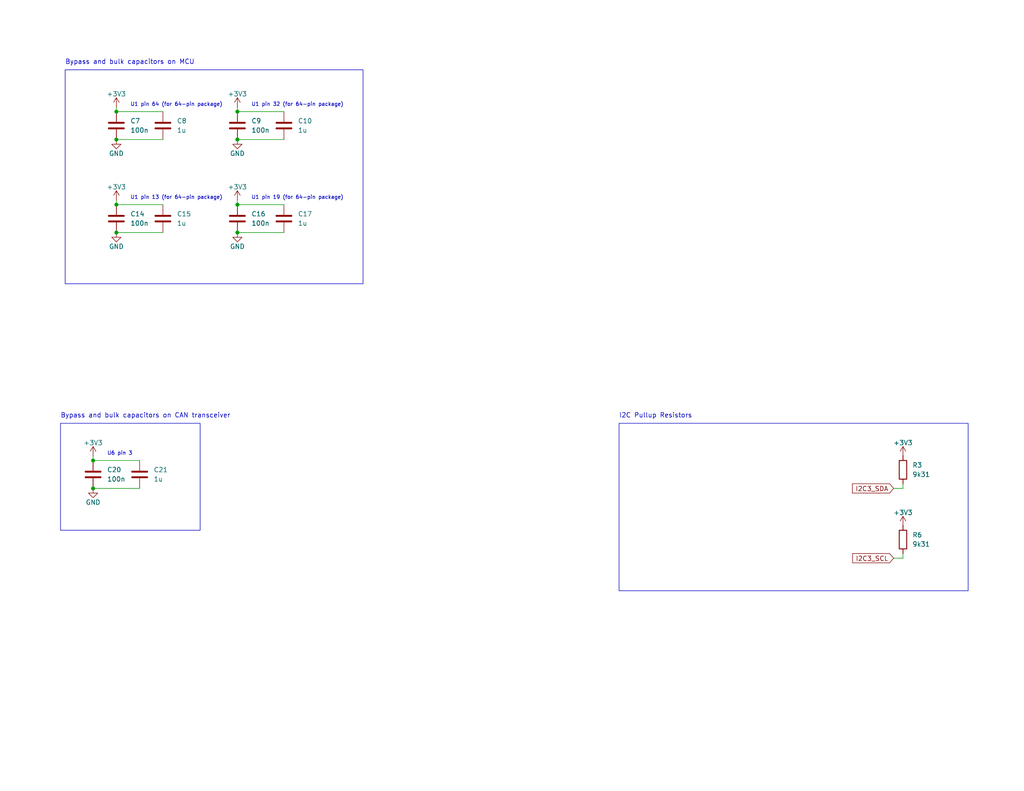
<source format=kicad_sch>
(kicad_sch (version 20231120) (generator "eeschema") (generator_version "8.0")
  (paper "USLetter")
  (title_block (title "Comms Board") (date "2025-02-12") (rev "${PCB_VERSION}") (company "TVSC"))
  (lib_symbols
    (symbol "Device:C" (pin_numbers hide) (pin_names (offset 0.254))
      (property "Reference" "C" (at 0.635 2.54 0))
      (property "Value" "C" (at 0.635 -2.54 0))
      (symbol "C_0_1"
        (polyline (pts (xy -2.032 -0.762) (xy 2.032 -0.762)) (stroke (width 0.508)))
        (polyline (pts (xy -2.032 0.762) (xy 2.032 0.762)) (stroke (width 0.508)))
      )
      (symbol "C_1_1"
        (pin passive line (at 0 3.81 270) (length 2.794) (name "~") (number "1"))
        (pin passive line (at 0 -3.81 90) (length 2.794) (name "~") (number "2"))
      )
    )
    (symbol "Device:R" (pin_numbers hide) (pin_names (offset 0))
      (property "Reference" "R" (at 2.032 0 90))
      (property "Value" "R" (at 0 0 90))
      (symbol "R_0_1"
        (rectangle (start -1.016 -2.54) (end 1.016 2.54) (stroke (width 0.254)))
      )
      (symbol "R_1_1"
        (pin passive line (at 0 3.81 270) (length 1.27) (name "~") (number "1"))
        (pin passive line (at 0 -3.81 90) (length 1.27) (name "~") (number "2"))
      )
    )
    (symbol "power:+3V3" (power) (pin_numbers hide) (pin_names (offset 0) hide)
      (property "Value" "+3V3" (at 0 3.556 0))
      (symbol "+3V3_0_1"
        (polyline (pts (xy -0.762 1.27) (xy 0 2.54)))
        (polyline (pts (xy 0 0) (xy 0 2.54)))
        (polyline (pts (xy 0 2.54) (xy 0.762 1.27)))
      )
      (symbol "+3V3_1_1"
        (pin power_in line (at 0 0 90) (length 0) (name "~") (number "1"))
      )
    )
    (symbol "power:GND" (power) (pin_numbers hide) (pin_names (offset 0) hide)
      (property "Value" "GND" (at 0 -3.81 0))
      (symbol "GND_0_1"
        (polyline (pts (xy 0 0) (xy 0 -1.27) (xy 1.27 -1.27) (xy 0 -2.54) (xy -1.27 -1.27) (xy 0 -1.27)))
      )
      (symbol "GND_1_1"
        (pin power_in line (at 0 0 270) (length 0) (name "~") (number "1"))
      )
    )
  )
  (junction (at 64.77 30.48))
  (junction (at 25.4 125.73))
  (junction (at 31.75 30.48))
  (junction (at 31.75 38.1))
  (junction (at 31.75 55.88))
  (junction (at 25.4 133.35))
  (junction (at 64.77 38.1))
  (junction (at 64.77 63.5))
  (junction (at 64.77 55.88))
  (junction (at 31.75 63.5))
  (wire (pts (xy 64.77 63.5) (xy 77.47 63.5)))
  (wire (pts (xy 77.47 30.48) (xy 64.77 30.48)))
  (wire (pts (xy 31.75 54.61) (xy 31.75 55.88)))
  (wire (pts (xy 25.4 124.46) (xy 25.4 125.73)))
  (wire (pts (xy 38.1 125.73) (xy 25.4 125.73)))
  (wire (pts (xy 77.47 55.88) (xy 64.77 55.88)))
  (wire (pts (xy 31.75 63.5) (xy 44.45 63.5)))
  (wire (pts (xy 31.75 29.21) (xy 31.75 30.48)))
  (wire (pts (xy 25.4 133.35) (xy 38.1 133.35)))
  (wire (pts (xy 44.45 55.88) (xy 31.75 55.88)))
  (wire (pts (xy 64.77 29.21) (xy 64.77 30.48)))
  (wire (pts (xy 31.75 38.1) (xy 44.45 38.1)))
  (wire (pts (xy 246.38 133.35) (xy 246.38 132.08)))
  (wire (pts (xy 64.77 38.1) (xy 77.47 38.1)))
  (wire (pts (xy 246.38 151.13) (xy 246.38 152.4)))
  (wire (pts (xy 243.84 133.35) (xy 246.38 133.35)))
  (wire (pts (xy 246.38 152.4) (xy 243.84 152.4)))
  (wire (pts (xy 64.77 54.61) (xy 64.77 55.88)))
  (wire (pts (xy 44.45 30.48) (xy 31.75 30.48)))
  (rectangle (start 17.78 19.05) (end 99.06 77.47))
  (rectangle (start 168.91 115.57) (end 264.16 161.29))
  (rectangle (start 16.51 115.57) (end 54.61 144.78))
  (text "U1 pin 32 (for 64-pin package)" (at 68.58 29.21 0) (effects (font (size 1 1)) (justify left bottom)))
  (text "U1 pin 19 (for 64-pin package)" (at 68.58 54.61 0) (effects (font (size 1 1)) (justify left bottom)))
  (text "U6 pin 3" (at 29.21 124.46 0) (effects (font (size 1 1)) (justify left bottom)))
  (text "U1 pin 13 (for 64-pin package)" (at 35.56 54.61 0) (effects (font (size 1 1)) (justify left bottom)))
  (text "I2C Pullup Resistors" (at 168.91 114.3 0) (effects (font (size 1.27 1.27)) (justify left bottom)))
  (text "Bypass and bulk capacitors on CAN transceiver" (at 16.51 114.3 0) (effects (font (size 1.27 1.27)) (justify left bottom)))
  (text "Bypass and bulk capacitors on MCU" (at 17.78 17.78 0) (effects (font (size 1.27 1.27)) (justify left bottom)))
  (text "U1 pin 64 (for 64-pin package)" (at 35.56 29.21 0) (effects (font (size 1 1)) (justify left bottom)))
  (global_label "I2C3_SCL" (shape input) (at 243.84 152.4 180) (property "Intersheetrefs" "${INTERSHEET_REFS}" (effects (hide yes))))
  (global_label "I2C3_SDA" (shape input) (at 243.84 133.35 180) (property "Intersheetrefs" "${INTERSHEET_REFS}" (effects (hide yes))))
  (symbol (lib_id "Device:C") (at 44.45 59.69 0) (unit 1)
    (property "Reference" "C15" (at 48.26 58.42 0) (effects (justify left)))
    (property "Value" "1u" (at 48.26 60.96 0) (effects (justify left)))
    (property "Footprint" "footprints:Nondescript_C_0402_1005Metric" (effects (hide yes)))
    (property "Active" "Y" (effects (hide yes)))
    (property "MPN" "C52923" (effects (hide yes)))
    (property "Manufacturer" "Samsung Electro-Mechanics" (effects (hide yes)))
    (property "Manufacturer Part Number" "CL05A105KA5NQNC" (effects (hide yes)))
    (property "Basic or Extended Component" "Basic" (effects (hide yes)))
  )
  (symbol (lib_id "power:+3V3") (at 25.4 124.46 0) (unit 1)
    (property "Reference" "#PWR056" (effects (hide yes)))
    (property "Value" "+3V3" (at 25.4 120.904 0))
  )
  (symbol (lib_id "power:+3V3") (at 31.75 54.61 0) (unit 1)
    (property "Reference" "#PWR024" (effects (hide yes)))
    (property "Value" "+3V3" (at 31.75 51.054 0))
  )
  (symbol (lib_id "Device:C") (at 64.77 59.69 0) (unit 1)
    (property "Reference" "C16" (at 68.58 58.42 0) (effects (justify left)))
    (property "Value" "100n" (at 68.58 60.96 0) (effects (justify left)))
    (property "Footprint" "footprints:Nondescript_C_0402_1005Metric" (effects (hide yes)))
    (property "Active" "Y" (effects (hide yes)))
    (property "MPN" "C1525" (effects (hide yes)))
    (property "Manufacturer" "Samsung Electro-Mechanics" (effects (hide yes)))
    (property "Manufacturer Part Number" "CL05B104KO5NNNC" (effects (hide yes)))
    (property "Basic or Extended Component" "Basic" (effects (hide yes)))
  )
  (symbol (lib_id "power:GND") (at 25.4 133.35 0) (unit 1)
    (property "Reference" "#PWR060" (effects (hide yes)))
    (property "Value" "GND" (at 25.4 137.16 0))
  )
  (symbol (lib_id "power:GND") (at 31.75 63.5 0) (unit 1)
    (property "Reference" "#PWR053" (effects (hide yes)))
    (property "Value" "GND" (at 31.75 67.31 0))
  )
  (symbol (lib_id "Device:R") (at 246.38 147.32 0) (unit 1)
    (property "Reference" "R6" (at 248.92 146.05 0) (effects (justify left)))
    (property "Value" "9k31" (at 248.92 148.59 0) (effects (justify left)))
    (property "Footprint" "footprints:Nondescript_R_0402_1005Metric" (effects (hide yes)))
    (property "MPN" "C270572" (effects (hide yes)))
    (property "Manufacturer" "UNI-ROYAL(Uniroyal Elec)" (effects (hide yes)))
    (property "Manufacturer Part Number" "0402WGF9311TCE" (effects (hide yes)))
    (property "Active" "Y" (effects (hide yes)))
    (property "Basic or Extended Component" "Basic" (effects (hide yes)))
  )
  (symbol (lib_id "power:GND") (at 31.75 38.1 0) (unit 1)
    (property "Reference" "#PWR044" (effects (hide yes)))
    (property "Value" "GND" (at 31.75 41.91 0))
  )
  (symbol (lib_id "power:+3V3") (at 64.77 29.21 0) (unit 1)
    (property "Reference" "#PWR021" (effects (hide yes)))
    (property "Value" "+3V3" (at 64.77 25.654 0))
  )
  (symbol (lib_id "Device:C") (at 38.1 129.54 0) (unit 1)
    (property "Reference" "C21" (at 41.91 128.27 0) (effects (justify left)))
    (property "Value" "1u" (at 41.91 130.81 0) (effects (justify left)))
    (property "Footprint" "footprints:Nondescript_C_0402_1005Metric" (effects (hide yes)))
    (property "Active" "Y" (effects (hide yes)))
    (property "MPN" "C52923" (effects (hide yes)))
    (property "Manufacturer" "Samsung Electro-Mechanics" (effects (hide yes)))
    (property "Manufacturer Part Number" "CL05A105KA5NQNC" (effects (hide yes)))
    (property "Basic or Extended Component" "Basic" (effects (hide yes)))
  )
  (symbol (lib_id "Device:C") (at 31.75 34.29 0) (unit 1)
    (property "Reference" "C7" (at 35.56 33.02 0) (effects (justify left)))
    (property "Value" "100n" (at 35.56 35.56 0) (effects (justify left)))
    (property "Footprint" "footprints:Nondescript_C_0402_1005Metric" (effects (hide yes)))
    (property "Active" "Y" (effects (hide yes)))
    (property "MPN" "C1525" (effects (hide yes)))
    (property "Manufacturer" "Samsung Electro-Mechanics" (effects (hide yes)))
    (property "Manufacturer Part Number" "CL05B104KO5NNNC" (effects (hide yes)))
    (property "Basic or Extended Component" "Basic" (effects (hide yes)))
  )
  (symbol (lib_id "Device:C") (at 77.47 59.69 0) (unit 1)
    (property "Reference" "C17" (at 81.28 58.42 0) (effects (justify left)))
    (property "Value" "1u" (at 81.28 60.96 0) (effects (justify left)))
    (property "Footprint" "footprints:Nondescript_C_0402_1005Metric" (effects (hide yes)))
    (property "Active" "Y" (effects (hide yes)))
    (property "MPN" "C52923" (effects (hide yes)))
    (property "Manufacturer" "Samsung Electro-Mechanics" (effects (hide yes)))
    (property "Manufacturer Part Number" "CL05A105KA5NQNC" (effects (hide yes)))
    (property "Basic or Extended Component" "Basic" (effects (hide yes)))
  )
  (symbol (lib_id "power:+3V3") (at 31.75 29.21 0) (unit 1)
    (property "Reference" "#PWR07" (effects (hide yes)))
    (property "Value" "+3V3" (at 31.75 25.654 0))
  )
  (symbol (lib_id "power:GND") (at 64.77 63.5 0) (unit 1)
    (property "Reference" "#PWR054" (effects (hide yes)))
    (property "Value" "GND" (at 64.77 67.31 0))
  )
  (symbol (lib_id "Device:C") (at 64.77 34.29 0) (unit 1)
    (property "Reference" "C9" (at 68.58 33.02 0) (effects (justify left)))
    (property "Value" "100n" (at 68.58 35.56 0) (effects (justify left)))
    (property "Footprint" "footprints:Nondescript_C_0402_1005Metric" (effects (hide yes)))
    (property "Active" "Y" (effects (hide yes)))
    (property "MPN" "C1525" (effects (hide yes)))
    (property "Manufacturer" "Samsung Electro-Mechanics" (effects (hide yes)))
    (property "Manufacturer Part Number" "CL05B104KO5NNNC" (effects (hide yes)))
    (property "Basic or Extended Component" "Basic" (effects (hide yes)))
  )
  (symbol (lib_id "Device:C") (at 44.45 34.29 0) (unit 1)
    (property "Reference" "C8" (at 48.26 33.02 0) (effects (justify left)))
    (property "Value" "1u" (at 48.26 35.56 0) (effects (justify left)))
    (property "Footprint" "footprints:Nondescript_C_0402_1005Metric" (effects (hide yes)))
    (property "Active" "Y" (effects (hide yes)))
    (property "MPN" "C52923" (effects (hide yes)))
    (property "Manufacturer" "Samsung Electro-Mechanics" (effects (hide yes)))
    (property "Manufacturer Part Number" "CL05A105KA5NQNC" (effects (hide yes)))
    (property "Basic or Extended Component" "Basic" (effects (hide yes)))
  )
  (symbol (lib_id "power:+3V3") (at 246.38 124.46 0) (unit 1)
    (property "Reference" "#PWR059" (effects (hide yes)))
    (property "Value" "+3V3" (at 246.38 120.904 0))
  )
  (symbol (lib_id "power:GND") (at 64.77 38.1 0) (unit 1)
    (property "Reference" "#PWR045" (effects (hide yes)))
    (property "Value" "GND" (at 64.77 41.91 0))
  )
  (symbol (lib_id "power:+3V3") (at 246.38 143.51 0) (unit 1)
    (property "Reference" "#PWR063" (effects (hide yes)))
    (property "Value" "+3V3" (at 246.38 139.954 0))
  )
  (symbol (lib_id "power:+3V3") (at 64.77 54.61 0) (unit 1)
    (property "Reference" "#PWR025" (effects (hide yes)))
    (property "Value" "+3V3" (at 64.77 51.054 0))
  )
  (symbol (lib_id "Device:C") (at 31.75 59.69 0) (unit 1)
    (property "Reference" "C14" (at 35.56 58.42 0) (effects (justify left)))
    (property "Value" "100n" (at 35.56 60.96 0) (effects (justify left)))
    (property "Footprint" "footprints:Nondescript_C_0402_1005Metric" (effects (hide yes)))
    (property "Active" "Y" (effects (hide yes)))
    (property "MPN" "C1525" (effects (hide yes)))
    (property "Manufacturer" "Samsung Electro-Mechanics" (effects (hide yes)))
    (property "Manufacturer Part Number" "CL05B104KO5NNNC" (effects (hide yes)))
    (property "Basic or Extended Component" "Basic" (effects (hide yes)))
  )
  (symbol (lib_id "Device:R") (at 246.38 128.27 0) (unit 1)
    (property "Reference" "R3" (at 248.92 127 0) (effects (justify left)))
    (property "Value" "9k31" (at 248.92 129.54 0) (effects (justify left)))
    (property "Footprint" "footprints:Nondescript_R_0402_1005Metric" (effects (hide yes)))
    (property "MPN" "C270572" (effects (hide yes)))
    (property "Manufacturer" "UNI-ROYAL(Uniroyal Elec)" (effects (hide yes)))
    (property "Manufacturer Part Number" "0402WGF9311TCE" (effects (hide yes)))
    (property "Active" "Y" (effects (hide yes)))
    (property "Basic or Extended Component" "Basic" (effects (hide yes)))
  )
  (symbol (lib_id "Device:C") (at 77.47 34.29 0) (unit 1)
    (property "Reference" "C10" (at 81.28 33.02 0) (effects (justify left)))
    (property "Value" "1u" (at 81.28 35.56 0) (effects (justify left)))
    (property "Footprint" "footprints:Nondescript_C_0402_1005Metric" (effects (hide yes)))
    (property "Active" "Y" (effects (hide yes)))
    (property "MPN" "C52923" (effects (hide yes)))
    (property "Manufacturer" "Samsung Electro-Mechanics" (effects (hide yes)))
    (property "Manufacturer Part Number" "CL05A105KA5NQNC" (effects (hide yes)))
    (property "Basic or Extended Component" "Basic" (effects (hide yes)))
  )
  (symbol (lib_id "Device:C") (at 25.4 129.54 0) (unit 1)
    (property "Reference" "C20" (at 29.21 128.27 0) (effects (justify left)))
    (property "Value" "100n" (at 29.21 130.81 0) (effects (justify left)))
    (property "Footprint" "footprints:Nondescript_C_0402_1005Metric" (effects (hide yes)))
    (property "Active" "Y" (effects (hide yes)))
    (property "MPN" "C1525" (effects (hide yes)))
    (property "Manufacturer" "Samsung Electro-Mechanics" (effects (hide yes)))
    (property "Manufacturer Part Number" "CL05B104KO5NNNC" (effects (hide yes)))
    (property "Basic or Extended Component" "Basic" (effects (hide yes)))
  )
)
</source>
